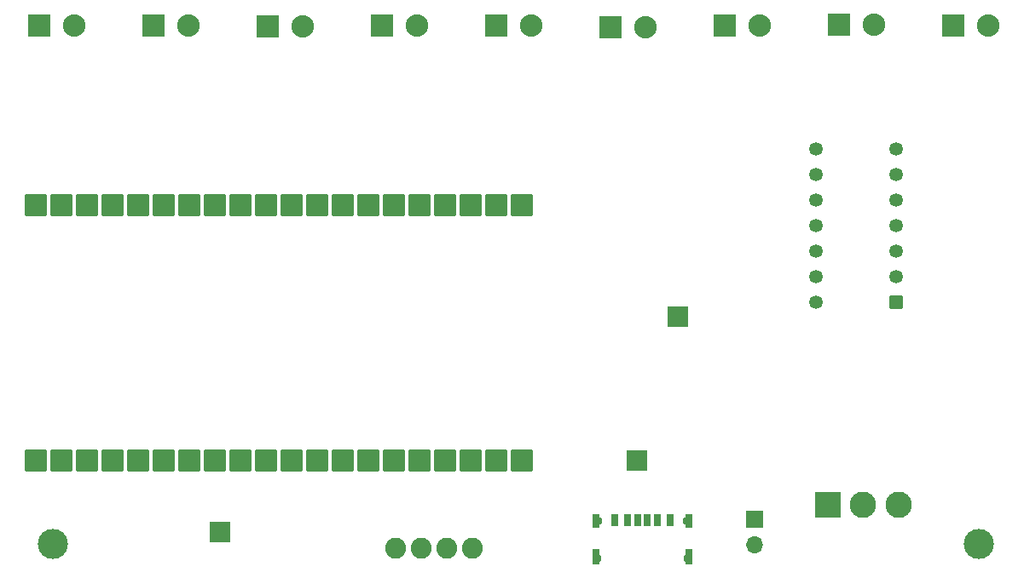
<source format=gts>
G04 #@! TF.GenerationSoftware,KiCad,Pcbnew,7.0.6*
G04 #@! TF.CreationDate,2024-06-10T15:38:19+10:00*
G04 #@! TF.ProjectId,AnalogVoltMeterClock,416e616c-6f67-4566-9f6c-744d65746572,rev?*
G04 #@! TF.SameCoordinates,Original*
G04 #@! TF.FileFunction,Soldermask,Top*
G04 #@! TF.FilePolarity,Negative*
%FSLAX46Y46*%
G04 Gerber Fmt 4.6, Leading zero omitted, Abs format (unit mm)*
G04 Created by KiCad (PCBNEW 7.0.6) date 2024-06-10 15:38:19*
%MOMM*%
%LPD*%
G01*
G04 APERTURE LIST*
G04 Aperture macros list*
%AMRoundRect*
0 Rectangle with rounded corners*
0 $1 Rounding radius*
0 $2 $3 $4 $5 $6 $7 $8 $9 X,Y pos of 4 corners*
0 Add a 4 corners polygon primitive as box body*
4,1,4,$2,$3,$4,$5,$6,$7,$8,$9,$2,$3,0*
0 Add four circle primitives for the rounded corners*
1,1,$1+$1,$2,$3*
1,1,$1+$1,$4,$5*
1,1,$1+$1,$6,$7*
1,1,$1+$1,$8,$9*
0 Add four rect primitives between the rounded corners*
20,1,$1+$1,$2,$3,$4,$5,0*
20,1,$1+$1,$4,$5,$6,$7,0*
20,1,$1+$1,$6,$7,$8,$9,0*
20,1,$1+$1,$8,$9,$2,$3,0*%
G04 Aperture macros list end*
%ADD10RoundRect,0.102000X-1.000000X1.000000X-1.000000X-1.000000X1.000000X-1.000000X1.000000X1.000000X0*%
%ADD11RoundRect,0.102000X0.570000X0.570000X-0.570000X0.570000X-0.570000X-0.570000X0.570000X-0.570000X0*%
%ADD12C,1.344000*%
%ADD13R,2.000000X2.000000*%
%ADD14R,1.700000X1.700000*%
%ADD15O,1.700000X1.700000*%
%ADD16RoundRect,0.101600X-1.016000X-1.016000X1.016000X-1.016000X1.016000X1.016000X-1.016000X1.016000X0*%
%ADD17C,2.235200*%
%ADD18C,3.000000*%
%ADD19O,0.300000X0.800000*%
%ADD20R,0.700000X1.200000*%
%ADD21R,0.760000X1.200000*%
%ADD22R,0.800000X1.200000*%
%ADD23R,0.725000X1.350000*%
%ADD24R,0.715000X1.500000*%
%ADD25R,0.705000X1.500000*%
%ADD26R,0.715000X1.350000*%
%ADD27RoundRect,0.101600X-1.206500X-1.206500X1.206500X-1.206500X1.206500X1.206500X-1.206500X1.206500X0*%
%ADD28C,2.616200*%
%ADD29C,2.082800*%
G04 APERTURE END LIST*
D10*
X127560000Y-92180000D03*
X125020000Y-92180000D03*
X122480000Y-92180000D03*
X119940000Y-92180000D03*
X117400000Y-92180000D03*
X114860000Y-92180000D03*
X112320000Y-92180000D03*
X109780000Y-92180000D03*
X107240000Y-92180000D03*
X104700000Y-92180000D03*
X102160000Y-92180000D03*
X99620000Y-92180000D03*
X97080000Y-92180000D03*
X94540000Y-92180000D03*
X92000000Y-92180000D03*
X89460000Y-92180000D03*
X86920000Y-92180000D03*
X84380000Y-92180000D03*
X81840000Y-92180000D03*
X79300000Y-92180000D03*
X79300000Y-117580000D03*
X81840000Y-117580000D03*
X84380000Y-117580000D03*
X86920000Y-117580000D03*
X89460000Y-117580000D03*
X92000000Y-117580000D03*
X94540000Y-117580000D03*
X97080000Y-117580000D03*
X99620000Y-117580000D03*
X102160000Y-117580000D03*
X104700000Y-117580000D03*
X107240000Y-117580000D03*
X109780000Y-117580000D03*
X112320000Y-117580000D03*
X114860000Y-117580000D03*
X117400000Y-117580000D03*
X119940000Y-117580000D03*
X122480000Y-117580000D03*
X125020000Y-117580000D03*
X127560000Y-117580000D03*
D11*
X164720000Y-101860000D03*
D12*
X164720000Y-99320000D03*
X164720000Y-96780000D03*
X164720000Y-94240000D03*
X164720000Y-91700000D03*
X164720000Y-89160000D03*
X164720000Y-86620000D03*
X156780000Y-86620000D03*
X156780000Y-89160000D03*
X156780000Y-91700000D03*
X156780000Y-94240000D03*
X156780000Y-96780000D03*
X156780000Y-99320000D03*
X156780000Y-101860000D03*
D13*
X139030000Y-117590000D03*
D14*
X150670000Y-123390000D03*
D15*
X150670000Y-125930000D03*
D16*
X147740000Y-74350000D03*
D17*
X151240000Y-74350000D03*
D16*
X79670000Y-74350000D03*
D17*
X83170000Y-74350000D03*
D16*
X113705000Y-74350000D03*
D17*
X117205000Y-74350000D03*
D16*
X159085000Y-74250000D03*
D17*
X162585000Y-74250000D03*
D18*
X173000000Y-125850000D03*
D16*
X125050000Y-74350000D03*
D17*
X128550000Y-74350000D03*
D13*
X97620000Y-124730000D03*
D19*
X135330000Y-127350000D03*
X135345000Y-123562500D03*
X143795000Y-123562500D03*
X143810000Y-127350000D03*
D20*
X139070000Y-123507500D03*
D21*
X141090000Y-123507500D03*
D22*
X142320000Y-123507500D03*
D20*
X140070000Y-123507500D03*
D21*
X138050000Y-123507500D03*
D22*
X136820000Y-123507500D03*
D23*
X134982500Y-123562500D03*
D24*
X134987500Y-127142500D03*
D25*
X144147500Y-127142500D03*
D26*
X144152500Y-123562500D03*
D16*
X91015000Y-74350000D03*
D17*
X94515000Y-74350000D03*
D27*
X158000000Y-121970000D03*
D28*
X161500000Y-121970000D03*
X165000000Y-121970000D03*
D16*
X136395000Y-74450000D03*
D17*
X139895000Y-74450000D03*
D29*
X122660000Y-126270000D03*
X120120000Y-126270000D03*
X117580000Y-126270000D03*
X115040000Y-126270000D03*
D16*
X170430000Y-74350000D03*
D17*
X173930000Y-74350000D03*
D18*
X81000000Y-125850000D03*
D16*
X102360000Y-74380000D03*
D17*
X105860000Y-74380000D03*
D13*
X143060000Y-103250000D03*
M02*

</source>
